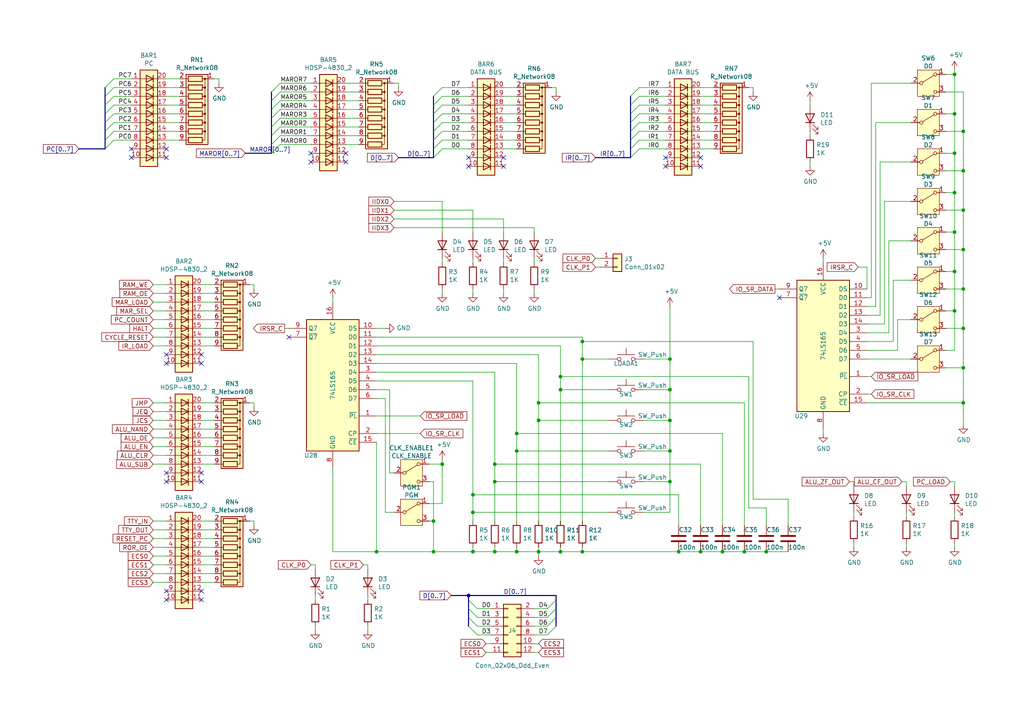
<source format=kicad_sch>
(kicad_sch (version 20231120) (generator "eeschema") (generator_version "8.0")
  (paper "A4")
  (junction (at 194.31 130.81))
  (junction (at 196.85 160.02))
  (junction (at 279.4 83.82))
  (junction (at 128.27 134.62))
  (junction (at 279.4 116.84))
  (junction (at 209.55 160.02))
  (junction (at 149.86 160.02))
  (junction (at 137.16 143.51))
  (junction (at 149.86 130.81))
  (junction (at 194.31 113.03))
  (junction (at 168.91 104.14))
  (junction (at 137.16 160.02))
  (junction (at 276.86 67.31))
  (junction (at 149.86 125.73))
  (junction (at 276.86 55.88))
  (junction (at 203.2 160.02))
  (junction (at 156.21 116.84))
  (junction (at 162.56 160.02))
  (junction (at 162.56 109.22))
  (junction (at 137.16 148.59))
  (junction (at 215.9 160.02))
  (junction (at 125.73 151.13))
  (junction (at 279.4 49.53))
  (junction (at 194.31 121.92))
  (junction (at 156.21 160.02))
  (junction (at 279.4 38.1))
  (junction (at 279.4 60.96))
  (junction (at 194.31 139.7))
  (junction (at 279.4 95.25))
  (junction (at 162.56 113.03))
  (junction (at 109.22 160.02))
  (junction (at 168.91 160.02))
  (junction (at 279.4 106.68))
  (junction (at 143.51 139.7))
  (junction (at 276.86 21.59))
  (junction (at 135.89 172.72))
  (junction (at 276.86 44.45))
  (junction (at 156.21 121.92))
  (junction (at 168.91 99.06))
  (junction (at 276.86 78.74))
  (junction (at 143.51 160.02))
  (junction (at 279.4 72.39))
  (junction (at 276.86 33.02))
  (junction (at 125.73 160.02))
  (junction (at 143.51 134.62))
  (junction (at 276.86 90.17))
  (junction (at 194.31 104.14))
  (junction (at 222.25 160.02))
  (no_connect (at 203.2 48.26))
  (no_connect (at 58.42 173.99))
  (no_connect (at 48.26 139.7))
  (no_connect (at 226.06 86.36))
  (no_connect (at 48.26 43.18))
  (no_connect (at 58.42 171.45))
  (no_connect (at 203.2 45.72))
  (no_connect (at 58.42 105.41))
  (no_connect (at 48.26 137.16))
  (no_connect (at 135.89 48.26))
  (no_connect (at 146.05 45.72))
  (no_connect (at 38.1 45.72))
  (no_connect (at 48.26 173.99))
  (no_connect (at 100.33 44.45))
  (no_connect (at 48.26 105.41))
  (no_connect (at 135.89 45.72))
  (no_connect (at 58.42 139.7))
  (no_connect (at 58.42 102.87))
  (no_connect (at 83.82 97.79))
  (no_connect (at 193.04 48.26))
  (no_connect (at 100.33 46.99))
  (no_connect (at 38.1 43.18))
  (no_connect (at 48.26 102.87))
  (no_connect (at 90.17 44.45))
  (no_connect (at 90.17 46.99))
  (no_connect (at 58.42 137.16))
  (no_connect (at 48.26 171.45))
  (no_connect (at 193.04 45.72))
  (no_connect (at 146.05 48.26))
  (no_connect (at 48.26 45.72))
  (bus_entry (at 30.48 25.4) (size 2.54 -2.54))
  (bus_entry (at 30.48 33.02) (size 2.54 -2.54))
  (bus_entry (at 158.75 179.07) (size 2.54 -2.54))
  (bus_entry (at 182.88 38.1) (size 2.54 -2.54))
  (bus_entry (at 78.74 41.91) (size 2.54 -2.54))
  (bus_entry (at 78.74 34.29) (size 2.54 -2.54))
  (bus_entry (at 158.75 181.61) (size 2.54 -2.54))
  (bus_entry (at 182.88 30.48) (size 2.54 -2.54))
  (bus_entry (at 125.73 30.48) (size 2.54 -2.54))
  (bus_entry (at 182.88 27.94) (size 2.54 -2.54))
  (bus_entry (at 30.48 30.48) (size 2.54 -2.54))
  (bus_entry (at 135.89 179.07) (size 2.54 2.54))
  (bus_entry (at 158.75 176.53) (size 2.54 -2.54))
  (bus_entry (at 30.48 43.18) (size 2.54 -2.54))
  (bus_entry (at 78.74 26.67) (size 2.54 -2.54))
  (bus_entry (at 78.74 31.75) (size 2.54 -2.54))
  (bus_entry (at 30.48 35.56) (size 2.54 -2.54))
  (bus_entry (at 78.74 44.45) (size 2.54 -2.54))
  (bus_entry (at 78.74 39.37) (size 2.54 -2.54))
  (bus_entry (at 78.74 36.83) (size 2.54 -2.54))
  (bus_entry (at 30.48 27.94) (size 2.54 -2.54))
  (bus_entry (at 182.88 40.64) (size 2.54 -2.54))
  (bus_entry (at 182.88 33.02) (size 2.54 -2.54))
  (bus_entry (at 125.73 45.72) (size 2.54 -2.54))
  (bus_entry (at 182.88 45.72) (size 2.54 -2.54))
  (bus_entry (at 30.48 38.1) (size 2.54 -2.54))
  (bus_entry (at 125.73 27.94) (size 2.54 -2.54))
  (bus_entry (at 135.89 173.99) (size 2.54 2.54))
  (bus_entry (at 30.48 40.64) (size 2.54 -2.54))
  (bus_entry (at 182.88 43.18) (size 2.54 -2.54))
  (bus_entry (at 125.73 40.64) (size 2.54 -2.54))
  (bus_entry (at 125.73 38.1) (size 2.54 -2.54))
  (bus_entry (at 125.73 33.02) (size 2.54 -2.54))
  (bus_entry (at 182.88 35.56) (size 2.54 -2.54))
  (bus_entry (at 135.89 181.61) (size 2.54 2.54))
  (bus_entry (at 135.89 176.53) (size 2.54 2.54))
  (bus_entry (at 78.74 29.21) (size 2.54 -2.54))
  (bus_entry (at 125.73 35.56) (size 2.54 -2.54))
  (bus_entry (at 125.73 43.18) (size 2.54 -2.54))
  (bus_entry (at 158.75 184.15) (size 2.54 -2.54))
  (wire (pts (xy 58.42 85.09) (xy 62.23 85.09)))
  (wire (pts (xy 254 88.9) (xy 254 35.56)))
  (wire (pts (xy 257.81 69.85) (xy 264.16 69.85)))
  (wire (pts (xy 193.04 25.4) (xy 185.42 25.4)))
  (wire (pts (xy 276.86 20.32) (xy 276.86 21.59)))
  (wire (pts (xy 48.26 119.38) (xy 44.45 119.38)))
  (wire (pts (xy 209.55 152.4) (xy 209.55 125.73)))
  (bus (pts (xy 182.88 35.56) (xy 182.88 38.1)))
  (wire (pts (xy 203.2 33.02) (xy 207.01 33.02)))
  (wire (pts (xy 73.66 116.84) (xy 72.39 116.84)))
  (wire (pts (xy 194.31 113.03) (xy 186.69 113.03)))
  (wire (pts (xy 135.89 27.94) (xy 128.27 27.94)))
  (bus (pts (xy 125.73 45.72) (xy 115.57 45.72)))
  (wire (pts (xy 203.2 160.02) (xy 209.55 160.02)))
  (wire (pts (xy 38.1 30.48) (xy 33.02 30.48)))
  (bus (pts (xy 78.74 41.91) (xy 78.74 44.45)))
  (wire (pts (xy 203.2 43.18) (xy 207.01 43.18)))
  (wire (pts (xy 100.33 26.67) (xy 104.14 26.67)))
  (wire (pts (xy 106.68 173.99) (xy 106.68 172.72)))
  (wire (pts (xy 137.16 160.02) (xy 143.51 160.02)))
  (bus (pts (xy 78.74 26.67) (xy 78.74 29.21)))
  (wire (pts (xy 276.86 33.02) (xy 276.86 44.45)))
  (wire (pts (xy 48.26 116.84) (xy 44.45 116.84)))
  (wire (pts (xy 193.04 40.64) (xy 185.42 40.64)))
  (wire (pts (xy 259.08 99.06) (xy 259.08 81.28)))
  (wire (pts (xy 156.21 102.87) (xy 156.21 116.84)))
  (bus (pts (xy 135.89 172.72) (xy 130.81 172.72)))
  (wire (pts (xy 143.51 107.95) (xy 143.51 134.62)))
  (wire (pts (xy 234.95 29.21) (xy 234.95 30.48)))
  (wire (pts (xy 58.42 82.55) (xy 62.23 82.55)))
  (wire (pts (xy 135.89 30.48) (xy 128.27 30.48)))
  (wire (pts (xy 146.05 40.64) (xy 149.86 40.64)))
  (wire (pts (xy 251.46 88.9) (xy 254 88.9)))
  (wire (pts (xy 48.26 100.33) (xy 44.45 100.33)))
  (wire (pts (xy 48.26 92.71) (xy 44.45 92.71)))
  (wire (pts (xy 162.56 113.03) (xy 162.56 151.13)))
  (wire (pts (xy 156.21 116.84) (xy 156.21 121.92)))
  (wire (pts (xy 128.27 133.35) (xy 128.27 134.62)))
  (wire (pts (xy 279.4 49.53) (xy 279.4 38.1)))
  (wire (pts (xy 193.04 43.18) (xy 185.42 43.18)))
  (wire (pts (xy 224.79 83.82) (xy 226.06 83.82)))
  (wire (pts (xy 124.46 139.7) (xy 125.73 139.7)))
  (wire (pts (xy 48.26 95.25) (xy 44.45 95.25)))
  (wire (pts (xy 90.17 39.37) (xy 81.28 39.37)))
  (wire (pts (xy 276.86 44.45) (xy 276.86 55.88)))
  (wire (pts (xy 217.17 109.22) (xy 162.56 109.22)))
  (wire (pts (xy 38.1 40.64) (xy 33.02 40.64)))
  (wire (pts (xy 146.05 35.56) (xy 149.86 35.56)))
  (wire (pts (xy 276.86 158.75) (xy 276.86 157.48)))
  (wire (pts (xy 73.66 83.82) (xy 73.66 82.55)))
  (wire (pts (xy 276.86 101.6) (xy 274.32 101.6)))
  (wire (pts (xy 276.86 21.59) (xy 276.86 33.02)))
  (wire (pts (xy 106.68 163.83) (xy 105.41 163.83)))
  (wire (pts (xy 186.69 139.7) (xy 194.31 139.7)))
  (wire (pts (xy 100.33 31.75) (xy 104.14 31.75)))
  (wire (pts (xy 274.32 38.1) (xy 279.4 38.1)))
  (wire (pts (xy 260.35 101.6) (xy 260.35 92.71)))
  (wire (pts (xy 276.86 139.7) (xy 276.86 140.97)))
  (wire (pts (xy 73.66 82.55) (xy 72.39 82.55)))
  (wire (pts (xy 58.42 156.21) (xy 62.23 156.21)))
  (wire (pts (xy 193.04 35.56) (xy 185.42 35.56)))
  (wire (pts (xy 58.42 95.25) (xy 62.23 95.25)))
  (wire (pts (xy 48.26 22.86) (xy 52.07 22.86)))
  (wire (pts (xy 252.73 109.22) (xy 251.46 109.22)))
  (wire (pts (xy 48.26 134.62) (xy 44.45 134.62)))
  (wire (pts (xy 73.66 152.4) (xy 73.66 151.13)))
  (wire (pts (xy 90.17 34.29) (xy 81.28 34.29)))
  (wire (pts (xy 238.76 125.73) (xy 238.76 124.46)))
  (wire (pts (xy 162.56 160.02) (xy 162.56 158.75)))
  (wire (pts (xy 137.16 158.75) (xy 137.16 160.02)))
  (wire (pts (xy 276.86 33.02) (xy 274.32 33.02)))
  (wire (pts (xy 113.03 113.03) (xy 109.22 113.03)))
  (wire (pts (xy 58.42 153.67) (xy 62.23 153.67)))
  (wire (pts (xy 161.29 26.67) (xy 161.29 25.4)))
  (wire (pts (xy 58.42 121.92) (xy 62.23 121.92)))
  (bus (pts (xy 125.73 30.48) (xy 125.73 33.02)))
  (wire (pts (xy 58.42 151.13) (xy 62.23 151.13)))
  (wire (pts (xy 48.26 121.92) (xy 44.45 121.92)))
  (wire (pts (xy 146.05 27.94) (xy 149.86 27.94)))
  (wire (pts (xy 114.3 63.5) (xy 146.05 63.5)))
  (bus (pts (xy 125.73 38.1) (xy 125.73 40.64)))
  (bus (pts (xy 135.89 176.53) (xy 135.89 179.07)))
  (bus (pts (xy 30.48 33.02) (xy 30.48 35.56)))
  (wire (pts (xy 125.73 160.02) (xy 137.16 160.02)))
  (wire (pts (xy 90.17 36.83) (xy 81.28 36.83)))
  (wire (pts (xy 114.3 60.96) (xy 137.16 60.96)))
  (wire (pts (xy 168.91 160.02) (xy 168.91 158.75)))
  (wire (pts (xy 162.56 160.02) (xy 168.91 160.02)))
  (wire (pts (xy 146.05 33.02) (xy 149.86 33.02)))
  (wire (pts (xy 90.17 26.67) (xy 81.28 26.67)))
  (wire (pts (xy 154.94 66.04) (xy 154.94 67.31)))
  (wire (pts (xy 128.27 134.62) (xy 124.46 134.62)))
  (wire (pts (xy 44.45 166.37) (xy 48.26 166.37)))
  (wire (pts (xy 168.91 97.79) (xy 168.91 99.06)))
  (wire (pts (xy 246.38 139.7) (xy 247.65 139.7)))
  (wire (pts (xy 172.72 74.93) (xy 173.99 74.93)))
  (wire (pts (xy 259.08 81.28) (xy 264.16 81.28)))
  (wire (pts (xy 48.26 30.48) (xy 52.07 30.48)))
  (wire (pts (xy 149.86 160.02) (xy 156.21 160.02)))
  (wire (pts (xy 251.46 96.52) (xy 257.81 96.52)))
  (wire (pts (xy 256.54 93.98) (xy 256.54 58.42)))
  (wire (pts (xy 137.16 76.2) (xy 137.16 74.93)))
  (wire (pts (xy 90.17 24.13) (xy 81.28 24.13)))
  (wire (pts (xy 109.22 105.41) (xy 149.86 105.41)))
  (wire (pts (xy 209.55 160.02) (xy 215.9 160.02)))
  (wire (pts (xy 196.85 160.02) (xy 203.2 160.02)))
  (wire (pts (xy 255.27 91.44) (xy 255.27 46.99)))
  (bus (pts (xy 182.88 30.48) (xy 182.88 33.02)))
  (wire (pts (xy 140.97 189.23) (xy 142.24 189.23)))
  (bus (pts (xy 135.89 173.99) (xy 135.89 176.53)))
  (wire (pts (xy 48.26 87.63) (xy 44.45 87.63)))
  (wire (pts (xy 128.27 146.05) (xy 124.46 146.05)))
  (wire (pts (xy 137.16 85.09) (xy 137.16 83.82)))
  (wire (pts (xy 238.76 76.2) (xy 238.76 74.93)))
  (wire (pts (xy 135.89 35.56) (xy 128.27 35.56)))
  (wire (pts (xy 44.45 163.83) (xy 48.26 163.83)))
  (wire (pts (xy 274.32 72.39) (xy 279.4 72.39)))
  (wire (pts (xy 168.91 160.02) (xy 196.85 160.02)))
  (wire (pts (xy 215.9 160.02) (xy 222.25 160.02)))
  (wire (pts (xy 168.91 104.14) (xy 168.91 151.13)))
  (wire (pts (xy 63.5 24.13) (xy 63.5 22.86)))
  (wire (pts (xy 124.46 151.13) (xy 125.73 151.13)))
  (wire (pts (xy 276.86 55.88) (xy 276.86 67.31)))
  (wire (pts (xy 203.2 25.4) (xy 207.01 25.4)))
  (wire (pts (xy 222.25 147.32) (xy 217.17 147.32)))
  (wire (pts (xy 90.17 41.91) (xy 81.28 41.91)))
  (wire (pts (xy 111.76 95.25) (xy 109.22 95.25)))
  (wire (pts (xy 38.1 22.86) (xy 33.02 22.86)))
  (bus (pts (xy 125.73 40.64) (xy 125.73 43.18)))
  (wire (pts (xy 176.53 121.92) (xy 156.21 121.92)))
  (wire (pts (xy 274.32 44.45) (xy 276.86 44.45)))
  (wire (pts (xy 109.22 97.79) (xy 168.91 97.79)))
  (wire (pts (xy 215.9 116.84) (xy 156.21 116.84)))
  (wire (pts (xy 161.29 25.4) (xy 160.02 25.4)))
  (wire (pts (xy 194.31 130.81) (xy 194.31 121.92)))
  (bus (pts (xy 161.29 179.07) (xy 161.29 181.61)))
  (wire (pts (xy 115.57 24.13) (xy 114.3 24.13)))
  (wire (pts (xy 63.5 22.86) (xy 62.23 22.86)))
  (wire (pts (xy 114.3 58.42) (xy 128.27 58.42)))
  (wire (pts (xy 44.45 151.13) (xy 48.26 151.13)))
  (bus (pts (xy 182.88 43.18) (xy 182.88 45.72)))
  (wire (pts (xy 251.46 116.84) (xy 279.4 116.84)))
  (wire (pts (xy 58.42 163.83) (xy 62.23 163.83)))
  (wire (pts (xy 196.85 152.4) (xy 196.85 143.51)))
  (wire (pts (xy 203.2 35.56) (xy 207.01 35.56)))
  (wire (pts (xy 276.86 78.74) (xy 276.86 90.17)))
  (bus (pts (xy 30.48 25.4) (xy 30.48 27.94)))
  (wire (pts (xy 58.42 168.91) (xy 62.23 168.91)))
  (wire (pts (xy 203.2 30.48) (xy 207.01 30.48)))
  (wire (pts (xy 114.3 66.04) (xy 154.94 66.04)))
  (wire (pts (xy 251.46 104.14) (xy 264.16 104.14)))
  (wire (pts (xy 252.73 24.13) (xy 264.16 24.13)))
  (wire (pts (xy 156.21 186.69) (xy 154.94 186.69)))
  (wire (pts (xy 279.4 83.82) (xy 279.4 95.25)))
  (wire (pts (xy 128.27 134.62) (xy 128.27 146.05)))
  (wire (pts (xy 193.04 30.48) (xy 185.42 30.48)))
  (wire (pts (xy 121.92 125.73) (xy 109.22 125.73)))
  (wire (pts (xy 218.44 144.78) (xy 218.44 99.06)))
  (wire (pts (xy 256.54 58.42) (xy 264.16 58.42)))
  (wire (pts (xy 193.04 33.02) (xy 185.42 33.02)))
  (wire (pts (xy 156.21 160.02) (xy 162.56 160.02)))
  (wire (pts (xy 218.44 99.06) (xy 168.91 99.06)))
  (wire (pts (xy 247.65 158.75) (xy 247.65 157.48)))
  (wire (pts (xy 135.89 33.02) (xy 128.27 33.02)))
  (wire (pts (xy 218.44 25.4) (xy 217.17 25.4)))
  (wire (pts (xy 135.89 38.1) (xy 128.27 38.1)))
  (wire (pts (xy 149.86 125.73) (xy 149.86 105.41)))
  (wire (pts (xy 125.73 139.7) (xy 125.73 151.13)))
  (wire (pts (xy 142.24 184.15) (xy 138.43 184.15)))
  (bus (pts (xy 78.74 36.83) (xy 78.74 39.37)))
  (wire (pts (xy 247.65 139.7) (xy 247.65 140.97)))
  (wire (pts (xy 48.26 33.02) (xy 52.07 33.02)))
  (wire (pts (xy 109.22 110.49) (xy 137.16 110.49)))
  (wire (pts (xy 252.73 114.3) (xy 251.46 114.3)))
  (wire (pts (xy 154.94 184.15) (xy 158.75 184.15)))
  (wire (pts (xy 274.32 83.82) (xy 279.4 83.82)))
  (wire (pts (xy 215.9 152.4) (xy 215.9 116.84)))
  (wire (pts (xy 90.17 31.75) (xy 81.28 31.75)))
  (wire (pts (xy 222.25 160.02) (xy 228.6 160.02)))
  (wire (pts (xy 137.16 148.59) (xy 176.53 148.59)))
  (wire (pts (xy 156.21 121.92) (xy 156.21 151.13)))
  (wire (pts (xy 279.4 38.1) (xy 279.4 26.67)))
  (wire (pts (xy 100.33 36.83) (xy 104.14 36.83)))
  (wire (pts (xy 262.89 158.75) (xy 262.89 157.48)))
  (wire (pts (xy 251.46 83.82) (xy 251.46 77.47)))
  (wire (pts (xy 58.42 134.62) (xy 62.23 134.62)))
  (wire (pts (xy 276.86 21.59) (xy 274.32 21.59)))
  (wire (pts (xy 251.46 86.36) (xy 252.73 86.36)))
  (wire (pts (xy 140.97 186.69) (xy 142.24 186.69)))
  (wire (pts (xy 222.25 152.4) (xy 222.25 147.32)))
  (wire (pts (xy 100.33 34.29) (xy 104.14 34.29)))
  (wire (pts (xy 279.4 95.25) (xy 279.4 106.68)))
  (bus (pts (xy 125.73 27.94) (xy 125.73 30.48)))
  (bus (pts (xy 135.89 172.72) (xy 161.29 172.72)))
  (wire (pts (xy 149.86 158.75) (xy 149.86 160.02)))
  (wire (pts (xy 135.89 25.4) (xy 128.27 25.4)))
  (wire (pts (xy 96.52 87.63) (xy 96.52 86.36)))
  (wire (pts (xy 100.33 24.13) (xy 104.14 24.13)))
  (wire (pts (xy 109.22 100.33) (xy 162.56 100.33)))
  (wire (pts (xy 109.22 102.87) (xy 156.21 102.87)))
  (wire (pts (xy 91.44 163.83) (xy 90.17 163.83)))
  (wire (pts (xy 146.05 38.1) (xy 149.86 38.1)))
  (wire (pts (xy 91.44 165.1) (xy 91.44 163.83)))
  (wire (pts (xy 234.95 48.26) (xy 234.95 46.99)))
  (wire (pts (xy 261.62 139.7) (xy 262.89 139.7)))
  (bus (pts (xy 78.74 44.45) (xy 71.12 44.45)))
  (wire (pts (xy 255.27 46.99) (xy 264.16 46.99)))
  (wire (pts (xy 149.86 130.81) (xy 149.86 151.13)))
  (wire (pts (xy 143.51 160.02) (xy 149.86 160.02)))
  (wire (pts (xy 48.26 97.79) (xy 44.45 97.79)))
  (wire (pts (xy 58.42 119.38) (xy 62.23 119.38)))
  (wire (pts (xy 115.57 25.4) (xy 115.57 24.13)))
  (wire (pts (xy 251.46 93.98) (xy 256.54 93.98)))
  (wire (pts (xy 274.32 67.31) (xy 276.86 67.31)))
  (wire (pts (xy 176.53 139.7) (xy 143.51 139.7)))
  (wire (pts (xy 106.68 182.88) (xy 106.68 181.61)))
  (wire (pts (xy 274.32 90.17) (xy 276.86 90.17)))
  (wire (pts (xy 114.3 148.59) (xy 111.76 148.59)))
  (wire (pts (xy 154.94 76.2) (xy 154.94 74.93)))
  (wire (pts (xy 154.94 176.53) (xy 158.75 176.53)))
  (wire (pts (xy 176.53 113.03) (xy 162.56 113.03)))
  (wire (pts (xy 172.72 77.47) (xy 173.99 77.47)))
  (wire (pts (xy 193.04 27.94) (xy 185.42 27.94)))
  (bus (pts (xy 30.48 38.1) (xy 30.48 40.64)))
  (wire (pts (xy 274.32 60.96) (xy 279.4 60.96)))
  (wire (pts (xy 91.44 173.99) (xy 91.44 172.72)))
  (wire (pts (xy 44.45 158.75) (xy 48.26 158.75)))
  (wire (pts (xy 109.22 107.95) (xy 143.51 107.95)))
  (wire (pts (xy 154.94 179.07) (xy 158.75 179.07)))
  (wire (pts (xy 276.86 149.86) (xy 276.86 148.59)))
  (wire (pts (xy 38.1 35.56) (xy 33.02 35.56)))
  (bus (pts (xy 78.74 39.37) (xy 78.74 41.91)))
  (wire (pts (xy 257.81 96.52) (xy 257.81 69.85)))
  (wire (pts (xy 58.42 124.46) (xy 62.23 124.46)))
  (wire (pts (xy 217.17 147.32) (xy 217.17 109.22)))
  (wire (pts (xy 209.55 125.73) (xy 149.86 125.73)))
  (wire (pts (xy 146.05 63.5) (xy 146.05 67.31)))
  (wire (pts (xy 137.16 143.51) (xy 137.16 148.59)))
  (wire (pts (xy 194.31 88.9) (xy 194.31 104.14)))
  (wire (pts (xy 58.42 92.71) (xy 62.23 92.71)))
  (wire (pts (xy 251.46 77.47) (xy 248.92 77.47)))
  (wire (pts (xy 228.6 144.78) (xy 228.6 152.4)))
  (wire (pts (xy 279.4 116.84) (xy 279.4 123.19)))
  (wire (pts (xy 203.2 40.64) (xy 207.01 40.64)))
  (wire (pts (xy 156.21 161.29) (xy 156.21 160.02)))
  (wire (pts (xy 44.45 156.21) (xy 48.26 156.21)))
  (wire (pts (xy 176.53 130.81) (xy 149.86 130.81)))
  (wire (pts (xy 128.27 85.09) (xy 128.27 83.82)))
  (wire (pts (xy 109.22 128.27) (xy 109.22 160.02)))
  (wire (pts (xy 114.3 137.16) (xy 113.03 137.16)))
  (wire (pts (xy 274.32 55.88) (xy 276.86 55.88)))
  (wire (pts (xy 82.55 95.25) (xy 83.82 95.25)))
  (wire (pts (xy 162.56 100.33) (xy 162.56 109.22)))
  (bus (pts (xy 182.88 45.72) (xy 172.72 45.72)))
  (wire (pts (xy 58.42 100.33) (xy 62.23 100.33)))
  (wire (pts (xy 44.45 153.67) (xy 48.26 153.67)))
  (wire (pts (xy 154.94 85.09) (xy 154.94 83.82)))
  (wire (pts (xy 274.32 49.53) (xy 279.4 49.53)))
  (wire (pts (xy 279.4 106.68) (xy 279.4 116.84)))
  (wire (pts (xy 58.42 132.08) (xy 62.23 132.08)))
  (wire (pts (xy 274.32 95.25) (xy 279.4 95.25)))
  (wire (pts (xy 254 35.56) (xy 264.16 35.56)))
  (wire (pts (xy 44.45 168.91) (xy 48.26 168.91)))
  (bus (pts (xy 135.89 179.07) (xy 135.89 181.61)))
  (wire (pts (xy 203.2 38.1) (xy 207.01 38.1)))
  (wire (pts (xy 142.24 179.07) (xy 138.43 179.07)))
  (wire (pts (xy 276.86 67.31) (xy 276.86 78.74)))
  (wire (pts (xy 38.1 38.1) (xy 33.02 38.1)))
  (wire (pts (xy 143.51 134.62) (xy 143.51 139.7)))
  (wire (pts (xy 252.73 86.36) (xy 252.73 24.13)))
  (wire (pts (xy 193.04 38.1) (xy 185.42 38.1)))
  (wire (pts (xy 58.42 97.79) (xy 62.23 97.79)))
  (wire (pts (xy 156.21 189.23) (xy 154.94 189.23)))
  (bus (pts (xy 125.73 33.02) (xy 125.73 35.56)))
  (wire (pts (xy 58.42 127) (xy 62.23 127)))
  (wire (pts (xy 146.05 85.09) (xy 146.05 83.82)))
  (wire (pts (xy 48.26 82.55) (xy 44.45 82.55)))
  (bus (pts (xy 22.86 43.18) (xy 30.48 43.18)))
  (wire (pts (xy 44.45 161.29) (xy 48.26 161.29)))
  (wire (pts (xy 48.26 27.94) (xy 52.07 27.94)))
  (wire (pts (xy 111.76 148.59) (xy 111.76 115.57)))
  (wire (pts (xy 162.56 109.22) (xy 162.56 113.03)))
  (wire (pts (xy 149.86 130.81) (xy 149.86 125.73)))
  (wire (pts (xy 58.42 129.54) (xy 62.23 129.54)))
  (bus (pts (xy 78.74 31.75) (xy 78.74 34.29)))
  (wire (pts (xy 279.4 83.82) (xy 279.4 72.39)))
  (bus (pts (xy 125.73 43.18) (xy 125.73 45.72)))
  (wire (pts (xy 251.46 101.6) (xy 260.35 101.6)))
  (wire (pts (xy 96.52 135.89) (xy 96.52 160.02)))
  (wire (pts (xy 251.46 91.44) (xy 255.27 91.44)))
  (wire (pts (xy 128.27 58.42) (xy 128.27 67.31)))
  (bus (pts (xy 182.88 40.64) (xy 182.88 43.18)))
  (wire (pts (xy 203.2 27.94) (xy 207.01 27.94)))
  (bus (pts (xy 78.74 34.29) (xy 78.74 36.83)))
  (bus (pts (xy 161.29 176.53) (xy 161.29 179.07)))
  (wire (pts (xy 262.89 139.7) (xy 262.89 140.97)))
  (wire (pts (xy 121.92 120.65) (xy 109.22 120.65)))
  (wire (pts (xy 48.26 35.56) (xy 52.07 35.56)))
  (wire (pts (xy 58.42 158.75) (xy 62.23 158.75)))
  (bus (pts (xy 135.89 172.72) (xy 135.89 173.99)))
  (wire (pts (xy 194.31 104.14) (xy 194.31 113.03)))
  (wire (pts (xy 275.59 139.7) (xy 276.86 139.7)))
  (wire (pts (xy 228.6 144.78) (xy 218.44 144.78)))
  (wire (pts (xy 48.26 40.64) (xy 52.07 40.64)))
  (wire (pts (xy 58.42 116.84) (xy 62.23 116.84)))
  (wire (pts (xy 279.4 60.96) (xy 279.4 49.53)))
  (wire (pts (xy 48.26 85.09) (xy 44.45 85.09)))
  (wire (pts (xy 128.27 76.2) (xy 128.27 74.93)))
  (wire (pts (xy 137.16 151.13) (xy 137.16 148.59)))
  (wire (pts (xy 137.16 60.96) (xy 137.16 67.31)))
  (wire (pts (xy 143.51 158.75) (xy 143.51 160.02)))
  (wire (pts (xy 156.21 160.02) (xy 156.21 158.75)))
  (wire (pts (xy 109.22 160.02) (xy 125.73 160.02)))
  (bus (pts (xy 30.48 35.56) (xy 30.48 38.1)))
  (wire (pts (xy 194.31 113.03) (xy 194.31 121.92)))
  (wire (pts (xy 203.2 134.62) (xy 143.51 134.62)))
  (bus (pts (xy 30.48 30.48) (xy 30.48 33.02)))
  (bus (pts (xy 30.48 40.64) (xy 30.48 43.18)))
  (wire (pts (xy 146.05 43.18) (xy 149.86 43.18)))
  (bus (pts (xy 125.73 35.56) (xy 125.73 38.1)))
  (wire (pts (xy 203.2 152.4) (xy 203.2 134.62)))
  (wire (pts (xy 48.26 124.46) (xy 44.45 124.46)))
  (wire (pts (xy 113.03 137.16) (xy 113.03 113.03)))
  (wire (pts (xy 135.89 40.64) (xy 128.27 40.64)))
  (wire (pts (xy 262.89 149.86) (xy 262.89 148.59)))
  (wire (pts (xy 234.95 39.37) (xy 234.95 38.1)))
  (wire (pts (xy 176.53 104.14) (xy 168.91 104.14)))
  (wire (pts (xy 146.05 25.4) (xy 149.86 25.4)))
  (bus (pts (xy 78.74 29.21) (xy 78.74 31.75)))
  (wire (pts (xy 48.26 25.4) (xy 52.07 25.4)))
  (wire (pts (xy 38.1 27.94) (xy 33.02 27.94)))
  (wire (pts (xy 48.26 90.17) (xy 44.45 90.17)))
  (wire (pts (xy 279.4 72.39) (xy 279.4 60.96)))
  (wire (pts (xy 264.16 92.71) (xy 260.35 92.71)))
  (wire (pts (xy 194.31 139.7) (xy 194.31 130.81)))
  (wire (pts (xy 73.66 118.11) (xy 73.66 116.84)))
  (wire (pts (xy 186.69 130.81) (xy 194.31 130.81)))
  (wire (pts (xy 125.73 151.13) (xy 125.73 160.02)))
  (wire (pts (xy 142.24 176.53) (xy 138.43 176.53)))
  (wire (pts (xy 194.31 104.14) (xy 186.69 104.14)))
  (wire (pts (xy 38.1 33.02) (xy 33.02 33.02)))
  (wire (pts (xy 111.76 115.57) (xy 109.22 115.57)))
  (wire (pts (xy 154.94 181.61) (xy 158.75 181.61)))
  (wire (pts (xy 91.44 182.88) (xy 91.44 181.61)))
  (wire (pts (xy 274.32 78.74) (xy 276.86 78.74)))
  (wire (pts (xy 90.17 29.21) (xy 81.28 29.21)))
  (wire (pts (xy 48.26 38.1) (xy 52.07 38.1)))
  (wire (pts (xy 109.22 160.02) (xy 96.52 160.02)))
  (bus (pts (xy 30.48 27.94) (xy 30.48 30.48)))
  (wire (pts (xy 58.42 161.29) (xy 62.23 161.29)))
  (wire (pts (xy 146.05 76.2) (xy 146.05 74.93)))
  (wire (pts (xy 48.26 132.08) (xy 44.45 132.08)))
  (wire (pts (xy 251.46 99.06) (xy 259.08 99.06)))
  (bus (pts (xy 161.29 173.99) (xy 161.29 176.53)))
  (wire (pts (xy 135.89 43.18) (xy 128.27 43.18)))
  (wire (pts (xy 48.26 129.54) (xy 44.45 129.54)))
  (bus (pts (xy 182.88 33.02) (xy 182.88 35.56)))
  (wire (pts (xy 194.31 121.92) (xy 186.69 121.92)))
  (wire (pts (xy 58.42 166.37) (xy 62.23 166.37)))
  (wire (pts (xy 100.33 39.37) (xy 104.14 39.37)))
  (wire (pts (xy 142.24 181.61) (xy 138.43 181.61)))
  (wire (pts (xy 168.91 99.06) (xy 168.91 104.14)))
  (wire (pts (xy 276.86 90.17) (xy 276.86 101.6)))
  (wire (pts (xy 196.85 143.51) (xy 137.16 143.51)))
  (wire (pts (xy 247.65 149.86) (xy 247.65 148.59)))
  (wire (pts (xy 274.32 106.68) (xy 279.4 106.68)))
  (wire (pts (xy 194.31 148.59) (xy 194.31 139.7)))
  (wire (pts (xy 100.33 29.21) (xy 104.14 29.21)))
  (wire (pts (xy 73.66 151.13) (xy 72.39 151.13)))
  (wire (pts (xy 48.26 127) (xy 44.45 127)))
  (wire (pts (xy 146.05 30.48) (xy 149.86 30.48)))
  (wire (pts (xy 38.1 25.4) (xy 33.02 25.4)))
  (wire (pts (xy 186.69 148.59) (xy 194.31 148.59)))
  (bus (pts (xy 182.88 27.94) (xy 182.88 30.48)))
  (wire (pts (xy 143.51 139.7) (xy 143.51 151.13)))
  (wire (pts (xy 58.42 90.17) (xy 62.23 90.17)))
  (wire (pts (xy 58.42 87.63) (xy 62.23 87.63)))
  (wire (pts (xy 106.68 165.1) (xy 106.68 163.83)))
  (wire (pts (xy 100.33 41.91) (xy 104.14 41.91)))
  (wire (pts (xy 279.4 26.67) (xy 274.32 26.67)))
  (wire (pts (xy 137.16 110.49) (xy 137.16 143.51)))
  (wire (pts (xy 218.44 26.67) (xy 218.44 25.4)))
  (bus (pts (xy 161.29 172.72) (xy 161.29 173.99)))
  (bus (pts (xy 182.88 38.1) (xy 182.88 40.64)))
  (label "IR7" (at 187.96 25.4 0))
  (label "IR1" (at 187.96 40.64 0))
  (label "MAROR6" (at 81.28 26.67 0))
  (label "PC2" (at 34.29 35.56 0))
  (label "D1" (at 139.7 179.07 0))
  (label "IR0" (at 187.96 43.18 0))
  (label "PC5" (at 34.29 27.94 0))
  (label "IR3" (at 187.96 35.56 0))
  (label "D2" (at 139.7 181.61 0))
  (label "D5" (at 156.21 179.07 0))
  (label "MAROR3" (at 81.28 34.29 0))
  (label "MAROR0" (at 81.28 41.91 0))
  (label "D0" (at 139.7 176.53 0))
  (label "D4" (at 156.21 176.53 0))
  (label "D[0..7]" (at 146.05 172.72 0))
  (label "IR2" (at 187.96 38.1 0))
  (label "D7" (at 156.21 184.15 0))
  (label "D1" (at 130.81 40.64 0))
  (label "D3" (at 130.81 35.56 0))
  (label "D[0..7]" (at 118.11 45.72 0))
  (label "D5" (at 130.81 30.48 0))
  (label "PC4" (at 34.29 30.48 0))
  (label "PC7" (at 34.29 22.86 0))
  (label "MAROR5" (at 81.28 29.21 0))
  (label "PC6" (at 34.29 25.4 0))
  (label "IR[0..7]" (at 173.99 45.72 0))
  (label "MAROR4" (at 81.28 31.75 0))
  (label "D0" (at 130.81 43.18 0))
  (label "MAROR7" (at 81.28 24.13 0))
  (label "MAROR2" (at 81.28 36.83 0))
  (label "D4" (at 130.81 33.02 0))
  (label "PC3" (at 34.29 33.02 0))
  (label "IR6" (at 187.96 27.94 0))
  (label "D7" (at 130.81 25.4 0))
  (label "D6" (at 156.21 181.61 0))
  (label "D2" (at 130.81 38.1 0))
  (label "PC1" (at 34.29 38.1 0))
  (label "PC0" (at 34.29 40.64 0))
  (label "IR4" (at 187.96 33.02 0))
  (label "MAROR[0..7]" (at 72.39 44.45 0))
  (label "D6" (at 130.81 27.94 0))
  (label "D3" (at 139.7 184.15 0))
  (label "IR5" (at 187.96 30.48 0))
  (label "MAROR1" (at 81.28 39.37 0))
  (global_label "TTY_IN" (shape input) (at 44.45 151.13 180) (property "Intersheetrefs" "${INTERSHEET_REFS}" (effects (hide yes))))
  (global_label "CLK_P1" (shape input) (at 105.41 163.83 180) (property "Intersheetrefs" "${INTERSHEET_REFS}" (effects (hide yes))))
  (global_label "ALU_CF_OUT" (shape input) (at 261.62 139.7 180) (property "Intersheetrefs" "${INTERSHEET_REFS}" (effects (hide yes))))
  (global_label "PC_LOAD" (shape input) (at 275.59 139.7 180) (property "Intersheetrefs" "${INTERSHEET_REFS}" (effects (hide yes))))
  (global_label "PC[0..7]" (shape input) (at 22.86 43.18 180) (property "Intersheetrefs" "${INTERSHEET_REFS}" (effects (hide yes))))
  (global_label "ALU_ZF_OUT" (shape input) (at 246.38 139.7 180) (property "Intersheetrefs" "${INTERSHEET_REFS}" (effects (hide yes))))
  (global_label "IR_LOAD" (shape input) (at 44.45 100.33 180) (property "Intersheetrefs" "${INTERSHEET_REFS}" (effects (hide yes))))
  (global_label "IIDX1" (shape input) (at 114.3 60.96 180) (property "Intersheetrefs" "${INTERSHEET_REFS}" (effects (hide yes))))
  (global_label "IIDX0" (shape input) (at 114.3 58.42 180) (property "Intersheetrefs" "${INTERSHEET_REFS}" (effects (hide yes))))
  (global_label "D[0..7]" (shape input) (at 115.57 45.72 180) (property "Intersheetrefs" "${INTERSHEET_REFS}" (effects (hide yes))))
  (global_label "ALU_OE" (shape input) (at 44.45 127 180) (property "Intersheetrefs" "${INTERSHEET_REFS}" (effects (hide yes))))
  (global_label "MAR_SEL" (shape input) (at 44.45 90.17 180) (property "Intersheetrefs" "${INTERSHEET_REFS}" (effects (hide yes))))
  (global_label "IIDX2" (shape input) (at 114.3 63.5 180) (property "Intersheetrefs" "${INTERSHEET_REFS}" (effects (hide yes))))
  (global_label "CLK_P0" (shape input) (at 90.17 163.83 180) (property "Intersheetrefs" "${INTERSHEET_REFS}" (effects (hide yes))))
  (global_label "IRSR_C" (shape input) (at 248.92 77.47 180) (property "Intersheetrefs" "${INTERSHEET_REFS}" (effects (hide yes))))
  (global_label "~{IO_SR_LOAD}" (shape input) (at 121.92 120.65 0) (property "Intersheetrefs" "${INTERSHEET_REFS}" (effects (hide yes))))
  (global_label "ALU_SUB" (shape input) (at 44.45 134.62 180) (property "Intersheetrefs" "${INTERSHEET_REFS}" (effects (hide yes))))
  (global_label "ECS3" (shape input) (at 156.21 189.23 0) (property "Intersheetrefs" "${INTERSHEET_REFS}" (effects (hide yes))))
  (global_label "ECS0" (shape input) (at 44.45 161.29 180) (property "Intersheetrefs" "${INTERSHEET_REFS}" (effects (hide yes))))
  (global_label "IIDX3" (shape input) (at 114.3 66.04 180) (property "Intersheetrefs" "${INTERSHEET_REFS}" (effects (hide yes))))
  (global_label "JEQ" (shape input) (at 44.45 119.38 180) (property "Intersheetrefs" "${INTERSHEET_REFS}" (effects (hide yes))))
  (global_label "IO_SR_CLK" (shape input) (at 252.73 114.3 0) (property "Intersheetrefs" "${INTERSHEET_REFS}" (effects (hide yes))))
  (global_label "JMP" (shape input) (at 44.45 116.84 180) (property "Intersheetrefs" "${INTERSHEET_REFS}" (effects (hide yes))))
  (global_label "CYCLE_RESET" (shape input) (at 44.45 97.79 180) (property "Intersheetrefs" "${INTERSHEET_REFS}" (effects (hide yes))))
  (global_label "PC_COUNT" (shape input) (at 44.45 92.71 180) (property "Intersheetrefs" "${INTERSHEET_REFS}" (effects (hide yes))))
  (global_label "ROR_OE" (shape input) (at 44.45 158.75 180) (property "Intersheetrefs" "${INTERSHEET_REFS}" (effects (hide yes))))
  (global_label "CLK_P0" (shape input) (at 172.72 74.93 180) (property "Intersheetrefs" "${INTERSHEET_REFS}" (effects (hide yes))))
  (global_label "ECS2" (shape input) (at 156.21 186.69 0) (property "Intersheetrefs" "${INTERSHEET_REFS}" (effects (hide yes))))
  (global_label "ECS2" (shape input) (at 44.45 166.37 180) (property "Intersheetrefs" "${INTERSHEET_REFS}" (effects (hide yes))))
  (global_label "IR[0..7]" (shape input) (at 172.72 45.72 180) (property "Intersheetrefs" "${INTERSHEET_REFS}" (effects (hide yes))))
  (global_label "ECS3" (shape input) (at 44.45 168.91 180) (property "Intersheetrefs" "${INTERSHEET_REFS}" (effects (hide yes))))
  (global_label "ALU_EN" (shape input) (at 44.45 129.54 180) (property "Intersheetrefs" "${INTERSHEET_REFS}" (effects (hide yes))))
  (global_label "ECS0" (shape input) (at 140.97 186.69 180) (property "Intersheetrefs" "${INTERSHEET_REFS}" (effects (hide yes))))
  (global_label "TTY_OUT" (shape input) (at 44.45 153.67 180) (property "Intersheetrefs" "${INTERSHEET_REFS}" (effects (hide yes))))
  (global_label "IO_SR_CLK" (shape input) (at 121.92 125.73 0) (property "Intersheetrefs" "${INTERSHEET_REFS}" (effects (hide yes))))
  (global_label "~{IO_SR_LOAD}" (shape input) (at 252.73 109.22 0) (property "Intersheetrefs" "${INTERSHEET_REFS}" (effects (hide yes))))
  (global_label "HALT" (shape input) (at 44.45 95.25 180) (property "Intersheetrefs" "${INTERSHEET_REFS}" (effects (hide yes))))
  (global_label "MAROR[0..7]" (shape input) (at 71.12 44.45 180) (property "Intersheetrefs" "${INTERSHEET_REFS}" (effects (hide yes))))
  (global_label "RAM_OE" (shape input) (at 44.45 85.09 180) (property "Intersheetrefs" "${INTERSHEET_REFS}" (effects (hide yes))))
  (global_label "D[0..7]" (shape input) (at 130.81 172.72 180) (property "Intersheetrefs" "${INTERSHEET_REFS}" (effects (hide yes))))
  (global_label "IO_SR_DATA" (shape output) (at 224.79 83.82 180) (property "Intersheetrefs" "${INTERSHEET_REFS}" (effects (hide yes))))
  (global_label "IRSR_C" (shape output) (at 82.55 95.25 180) (property "Intersheetrefs" "${INTERSHEET_REFS}" (effects (hide yes))))
  (global_label "ECS1" (shape input) (at 44.45 163.83 180) (property "Intersheetrefs" "${INTERSHEET_REFS}" (effects (hide yes))))
  (global_label "ALU_NAND" (shape input) (at 44.45 124.46 180) (property "Intersheetrefs" "${INTERSHEET_REFS}" (effects (hide yes))))
  (global_label "ALU_CLR" (shape input) (at 44.45 132.08 180) (property "Intersheetrefs" "${INTERSHEET_REFS}" (effects (hide yes))))
  (global_label "ECS1" (shape input) (at 140.97 189.23 180) (property "Intersheetrefs" "${INTERSHEET_REFS}" (effects (hide yes))))
  (global_label "CLK_P1" (shape input) (at 172.72 77.47 180) (property "Intersheetrefs" "${INTERSHEET_REFS}" (effects (hide yes))))
  (global_label "MAR_LOAD" (shape input) (at 44.45 87.63 180) (property "Intersheetrefs" "${INTERSHEET_REFS}" (effects (hide yes))))
  (global_label "RAM_WE" (shape input) (at 44.45 82.55 180) (property "Intersheetrefs" "${INTERSHEET_REFS}" (effects (hide yes))))
  (global_label "RESET_PC" (shape input) (at 44.45 156.21 180) (property "Intersheetrefs" "${INTERSHEET_REFS}" (effects (hide yes))))
  (global_label "JCS" (shape input) (at 44.45 121.92 180) (property "Intersheetrefs" "${INTERSHEET_REFS}" (effects (hide yes))))
  (symbol (lib_id "Device:R_Network08") (at 57.15 33.02 270) (unit 1)
    (property "Reference" "RN1" (at 57.15 17.3482 90))
    (property "Value" "R_Network08" (at 57.15 19.6596 90))
    (property "Footprint" "Resistor_THT:R_Array_SIP9" (effects (hide yes)))
    (property "Datasheet" "http://www.vishay.com/docs/31509/csc.pdf" (effects (hide yes)))
  )
  (symbol (lib_id "Device:R_Network08") (at 109.22 34.29 270) (unit 1)
    (property "Reference" "RN5" (at 109.22 18.6182 90))
    (property "Value" "R_Network08" (at 109.22 20.9296 90))
    (property "Footprint" "Resistor_THT:R_Array_SIP9" (effects (hide yes)))
    (property "Datasheet" "http://www.vishay.com/docs/31509/csc.pdf" (effects (hide yes)))
  )
  (symbol (lib_id "Device:R_Network08") (at 154.94 35.56 270) (unit 1)
    (property "Reference" "RN6" (at 154.94 19.8882 90))
    (property "Value" "R_Network08" (at 154.94 22.1996 90))
    (property "Footprint" "Resistor_THT:R_Array_SIP9" (effects (hide yes)))
    (property "Datasheet" "http://www.vishay.com/docs/31509/csc.pdf" (effects (hide yes)))
  )
  (symbol (lib_id "Device:R_Network08") (at 67.31 92.71 270) (unit 1)
    (property "Reference" "RN2" (at 67.31 77.0382 90))
    (property "Value" "R_Network08" (at 67.31 79.3496 90))
    (property "Footprint" "Resistor_THT:R_Array_SIP9" (effects (hide yes)))
    (property "Datasheet" "http://www.vishay.com/docs/31509/csc.pdf" (effects (hide yes)))
  )
  (symbol (lib_id "Device:R_Network08") (at 67.31 127 270) (unit 1)
    (property "Reference" "RN3" (at 67.31 111.3282 90))
    (property "Value" "R_Network08" (at 67.31 113.6396 90))
    (property "Footprint" "Resistor_THT:R_Array_SIP9" (effects (hide yes)))
    (property "Datasheet" "http://www.vishay.com/docs/31509/csc.pdf" (effects (hide yes)))
  )
  (symbol (lib_id "Device:R_Network08") (at 67.31 161.29 270) (unit 1)
    (property "Reference" "RN4" (at 67.31 145.6182 90))
    (property "Value" "R_Network08" (at 67.31 147.9296 90))
    (property "Footprint" "Resistor_THT:R_Array_SIP9" (effects (hide yes)))
    (property "Datasheet" "http://www.vishay.com/docs/31509/csc.pdf" (effects (hide yes)))
  )
  (symbol (lib_id "LED:HDSP-4830_2") (at 198.12 35.56 0) (unit 1)
    (property "Reference" "BAR7" (at 198.12 18.6182 0))
    (property "Value" "DATA BUS" (at 198.12 20.9296 0))
    (property "Footprint" "Display:HDSP-4830" (effects (hide yes)))
    (property "Datasheet" "https://docs.broadcom.com/docs/AV02-1798EN" (effects (hide yes)))
  )
  (symbol (lib_id "8bit_computer-rescue:GND-power") (at 218.44 26.67 0) (unit 1)
    (property "Reference" "#PWR097" (effects (hide yes)))
    (property "Value" "GND" (at 218.567 31.0642 0))
  )
  (symbol (lib_id "Device:R_Network08") (at 212.09 35.56 270) (unit 1)
    (property "Reference" "RN7" (at 212.09 19.8882 90))
    (property "Value" "R_Network08" (at 212.09 22.1996 90))
    (property "Footprint" "Resistor_THT:R_Array_SIP9" (effects (hide yes)))
    (property "Datasheet" "http://www.vishay.com/docs/31509/csc.pdf" (effects (hide yes)))
  )
  (symbol (lib_id "Device:LED") (at 128.27 71.12 90) (unit 1)
    (property "Reference" "D4" (at 131.2418 70.1294 90) (effects (justify right)))
    (property "Value" "LED" (at 131.2418 72.4408 90) (effects (justify right)))
    (property "Footprint" "LED_THT:LED_D3.0mm" (effects (hide yes)))
  )
  (symbol (lib_id "Device:R") (at 128.27 80.01 0) (unit 1)
    (property "Reference" "R3" (at 130.048 78.8416 0) (effects (justify left)))
    (property "Value" "1K" (at 130.048 81.153 0) (effects (justify left)))
    (property "Footprint" "Resistor_THT:R_Axial_DIN0207_L6.3mm_D2.5mm_P7.62mm_Horizontal" (effects (hide yes)))
  )
  (symbol (lib_id "8bit_computer-rescue:GND-power") (at 128.27 85.09 0) (unit 1)
    (property "Reference" "#PWR089" (effects (hide yes)))
    (property "Value" "GND" (at 128.397 89.4842 0))
  )
  (symbol (lib_id "Device:LED") (at 91.44 168.91 90) (unit 1)
    (property "Reference" "D2" (at 94.4118 167.9194 90) (effects (justify right)))
    (property "Value" "LED" (at 94.4118 170.2308 90) (effects (justify right)))
    (property "Footprint" "LED_THT:LED_D5.0mm" (effects (hide yes)))
  )
  (symbol (lib_id "Device:LED") (at 137.16 71.12 90) (unit 1)
    (property "Reference" "D5" (at 140.1318 70.1294 90) (effects (justify right)))
    (property "Value" "LED" (at 140.1318 72.4408 90) (effects (justify right)))
    (property "Footprint" "LED_THT:LED_D3.0mm" (effects (hide yes)))
  )
  (symbol (lib_id "Device:R") (at 137.16 80.01 0) (unit 1)
    (property "Reference" "R4" (at 138.938 78.8416 0) (effects (justify left)))
    (property "Value" "1K" (at 138.938 81.153 0) (effects (justify left)))
    (property "Footprint" "Resistor_THT:R_Axial_DIN0207_L6.3mm_D2.5mm_P7.62mm_Horizontal" (effects (hide yes)))
  )
  (symbol (lib_id "8bit_computer-rescue:GND-power") (at 137.16 85.09 0) (unit 1)
    (property "Reference" "#PWR091" (effects (hide yes)))
    (property "Value" "GND" (at 137.287 89.4842 0))
  )
  (symbol (lib_id "Device:LED") (at 146.05 71.12 90) (unit 1)
    (property "Reference" "D6" (at 149.0218 70.1294 90) (effects (justify right)))
    (property "Value" "LED" (at 149.0218 72.4408 90) (effects (justify right)))
    (property "Footprint" "LED_THT:LED_D3.0mm" (effects (hide yes)))
  )
  (symbol (lib_id "Device:R") (at 146.05 80.01 0) (unit 1)
    (property "Reference" "R7" (at 147.828 78.8416 0) (effects (justify left)))
    (property "Value" "1K" (at 147.828 81.153 0) (effects (justify left)))
    (property "Footprint" "Resistor_THT:R_Axial_DIN0207_L6.3mm_D2.5mm_P7.62mm_Horizontal" (effects (hide yes)))
  )
  (symbol (lib_id "8bit_computer-rescue:GND-power") (at 146.05 85.09 0) (unit 1)
    (property "Reference" "#PWR092" (effects (hide yes)))
    (property "Value" "GND" (at 146.177 89.4842 0))
  )
  (symbol (lib_id "8bit_computer-rescue:GND-power") (at 91.44 182.88 0) (unit 1)
    (property "Reference" "#PWR085" (effects (hide yes)))
    (property "Value" "GND" (at 91.567 187.2742 0))
  )
  (symbol (lib_id "Device:R") (at 91.44 177.8 0) (unit 1)
    (property "Reference" "R1" (at 93.218 176.6316 0) (effects (justify left)))
    (property "Value" "1K" (at 93.218 178.943 0) (effects (justify left)))
    (property "Footprint" "Resistor_THT:R_Axial_DIN0207_L6.3mm_D2.5mm_P7.62mm_Horizontal" (effects (hide yes)))
  )
  (symbol (lib_id "Device:LED") (at 154.94 71.12 90) (unit 1)
    (property "Reference" "D7" (at 157.9118 70.1294 90) (effects (justify right)))
    (property "Value" "LED" (at 157.9118 72.4408 90) (effects (justify right)))
    (property "Footprint" "LED_THT:LED_D3.0mm" (effects (hide yes)))
  )
  (symbol (lib_id "Device:R") (at 154.94 80.01 0) (unit 1)
    (property "Reference" "R9" (at 156.718 78.8416 0) (effects (justify left)))
    (property "Value" "1K" (at 156.718 81.153 0) (effects (justify left)))
    (property "Footprint" "Resistor_THT:R_Axial_DIN0207_L6.3mm_D2.5mm_P7.62mm_Horizontal" (effects (hide yes)))
  )
  (symbol (lib_id "8bit_computer-rescue:GND-power") (at 154.94 85.09 0) (unit 1)
    (property "Reference" "#PWR093" (effects (hide yes)))
    (property "Value" "GND" (at 155.067 89.4842 0))
  )
  (symbol (lib_id "Device:LED") (at 106.68 168.91 90) (unit 1)
    (property "Reference" "D3" (at 109.6518 167.9194 90) (effects (justify right)))
    (property "Value" "LED" (at 109.6518 170.2308 90) (effects (justify right)))
    (property "Footprint" "LED_THT:LED_D5.0mm" (effects (hide yes)))
  )
  (symbol (lib_id "8bit_computer-rescue:GND-power") (at 111.76 95.25 90) (unit 1)
    (property "Reference" "#PWR052" (effects (hide yes)))
    (property "Value" "GND" (at 115.0112 95.123 90) (effects (justify right)))
  )
  (symbol (lib_id "Device:R") (at 106.68 177.8 0) (unit 1)
    (property "Reference" "R2" (at 108.458 176.6316 0) (effects (justify left)))
    (property "Value" "1K" (at 108.458 178.943 0) (effects (justify left)))
    (property "Footprint" "Resistor_THT:R_Axial_DIN0207_L6.3mm_D2.5mm_P7.62mm_Horizontal" (effects (hide yes)))
  )
  (symbol (lib_id "8bit_computer-rescue:GND-power") (at 106.68 182.88 0) (unit 1)
    (property "Reference" "#PWR087" (effects (hide yes)))
    (property "Value" "GND" (at 106.807 187.2742 0))
  )
  (symbol (lib_id "Connector_Generic:Conn_01x02") (at 179.07 74.93 0) (unit 1)
    (property "Reference" "J3" (at 181.102 75.1332 0) (effects (justify left)))
    (property "Value" "Conn_01x02" (at 181.102 77.4446 0) (effects (justify left)))
    (property "Footprint" "Connector_PinSocket_2.54mm:PinSocket_1x02_P2.54mm_Vertical" (effects (hide yes)))
  )
  (symbol (lib_id "LED:HDSP-4830_2") (at 95.25 34.29 0) (unit 1)
    (property "Reference" "BAR5" (at 95.25 17.3482 0))
    (property "Value" "HDSP-4830_2" (at 95.25 19.6596 0))
    (property "Footprint" "Display:HDSP-4830" (effects (hide yes)))
    (property "Datasheet" "https://docs.broadcom.com/docs/AV02-1798EN" (effects (hide yes)))
  )
  (symbol (lib_id "LED:HDSP-4830_2") (at 43.18 33.02 0) (unit 1)
    (property "Reference" "BAR1" (at 43.18 16.0782 0))
    (property "Value" "PC" (at 43.18 18.3896 0))
    (property "Footprint" "Display:HDSP-4830" (effects (hide yes)))
    (property "Datasheet" "https://docs.broadcom.com/docs/AV02-1798EN" (effects (hide yes)))
  )
  (symbol (lib_id "LED:HDSP-4830_2") (at 140.97 35.56 0) (unit 1)
    (property "Reference" "BAR6" (at 140.97 18.6182 0))
    (property "Value" "DATA BUS" (at 140.97 20.9296 0))
    (property "Footprint" "Display:HDSP-4830" (effects (hide yes)))
    (property "Datasheet" "https://docs.broadcom.com/docs/AV02-1798EN" (effects (hide yes)))
  )
  (symbol (lib_id "8bit_computer-rescue:GND-power") (at 161.29 26.67 0) (unit 1)
    (property "Reference" "#PWR095" (effects (hide yes)))
    (property "Value" "GND" (at 161.417 31.0642 0))
  )
  (symbol (lib_id "8bit_computer-rescue:GND-power") (at 115.57 25.4 0) (unit 1)
    (property "Reference" "#PWR088" (effects (hide yes)))
    (property "Value" "GND" (at 115.697 29.7942 0))
  )
  (symbol (lib_id "8bit_computer-rescue:GND-power") (at 63.5 24.13 0) (unit 1)
    (property "Reference" "#PWR081" (effects (hide yes)))
    (property "Value" "GND" (at 63.627 28.5242 0))
  )
  (symbol (lib_id "LED:HDSP-4830_2") (at 53.34 92.71 0) (unit 1)
    (property "Reference" "BAR2" (at 53.34 75.7682 0))
    (property "Value" "HDSP-4830_2" (at 53.34 78.0796 0))
    (property "Footprint" "Display:HDSP-4830" (effects (hide yes)))
    (property "Datasheet" "https://docs.broadcom.com/docs/AV02-1798EN" (effects (hide yes)))
  )
  (symbol (lib_id "8bit_computer-rescue:GND-power") (at 73.66 83.82 0) (unit 1)
    (property "Reference" "#PWR082" (effects (hide yes)))
    (property "Value" "GND" (at 73.787 88.2142 0))
  )
  (symbol (lib_id "LED:HDSP-4830_2") (at 53.34 127 0) (unit 1)
    (property "Reference" "BAR3" (at 53.34 110.0582 0))
    (property "Value" "HDSP-4830_2" (at 53.34 112.3696 0))
    (property "Footprint" "Display:HDSP-4830" (effects (hide yes)))
    (property "Datasheet" "https://docs.broadcom.com/docs/AV02-1798EN" (effects (hide yes)))
  )
  (symbol (lib_id "8bit_computer-rescue:GND-power") (at 73.66 118.11 0) (unit 1)
    (property "Reference" "#PWR083" (effects (hide yes)))
    (property "Value" "GND" (at 73.787 122.5042 0))
  )
  (symbol (lib_id "LED:HDSP-4830_2") (at 53.34 161.29 0) (unit 1)
    (property "Reference" "BAR4" (at 53.34 144.3482 0))
    (property "Value" "HDSP-4830_2" (at 53.34 146.6596 0))
    (property "Footprint" "Display:HDSP-4830" (effects (hide yes)))
    (property "Datasheet" "https://docs.broadcom.com/docs/AV02-1798EN" (effects (hide yes)))
  )
  (symbol (lib_id "8bit_computer-rescue:GND-power") (at 73.66 152.4 0) (unit 1)
    (property "Reference" "#PWR084" (effects (hide yes)))
    (property "Value" "GND" (at 73.787 156.7942 0))
  )
  (symbol (lib_id "Switch:SW_Push") (at 181.61 130.81 0) (unit 1)
    (property "Reference" "SW3" (at 181.61 132.08 0))
    (property "Value" "SW_Push" (at 189.23 129.54 0))
    (property "Footprint" "Button_Switch_THT:SW_PUSH_6mm" (effects (hide yes)))
  )
  (symbol (lib_id "Switch:SW_Push") (at 181.61 139.7 0) (unit 1)
    (property "Reference" "SW4" (at 181.61 140.97 0))
    (property "Value" "SW_Push" (at 189.23 138.43 0))
    (property "Footprint" "Button_Switch_THT:SW_PUSH_6mm" (effects (hide yes)))
  )
  (symbol (lib_id "Device:R") (at 149.86 154.94 0) (unit 1)
    (property "Reference" "R8" (at 151.638 153.7716 0) (effects (justify left)))
    (property "Value" "1K" (at 151.638 156.083 0) (effects (justify left)))
    (property "Footprint" "Resistor_THT:R_Axial_DIN0207_L6.3mm_D2.5mm_P7.62mm_Horizontal" (effects (hide yes)))
  )
  (symbol (lib_id "Device:R") (at 143.51 154.94 0) (unit 1)
    (property "Reference" "R6" (at 145.288 153.7716 0) (effects (justify left)))
    (property "Value" "1K" (at 145.288 156.083 0) (effects (justify left)))
    (property "Footprint" "Resistor_THT:R_Axial_DIN0207_L6.3mm_D2.5mm_P7.62mm_Horizontal" (effects (hide yes)))
  )
  (symbol (lib_id "Connector_Generic:Conn_02x06_Odd_Even") (at 147.32 181.61 0) (unit 1)
    (property "Reference" "J4" (at 148.59 182.88 0))
    (property "Value" "Conn_02x06_Odd_Even" (at 148.59 193.04 0))
    (property "Footprint" "Connector_PinSocket_2.54mm:PinSocket_2x06_P2.54mm_Vertical" (effects (hide yes)))
  )
  (symbol (lib_id "Device:R") (at 137.16 154.94 0) (unit 1)
    (property "Reference" "R5" (at 138.938 153.7716 0) (effects (justify left)))
    (property "Value" "1K" (at 138.938 156.083 0) (effects (justify left)))
    (property "Footprint" "Resistor_THT:R_Axial_DIN0207_L6.3mm_D2.5mm_P7.62mm_Horizontal" (effects (hide yes)))
  )
  (symbol (lib_id "Switch:SW_Push") (at 181.61 148.59 0) (unit 1)
    (property "Reference" "SW5" (at 181.61 149.86 0))
    (property "Value" "SW_Push" (at 189.23 147.32 0))
    (property "Footprint" "Button_Switch_THT:SW_PUSH_6mm" (effects (hide yes)))
  )
  (symbol (lib_id "8bit_computer-rescue:+5V-power") (at 128.27 133.35 0) (unit 1)
    (property "Reference" "#PWR090" (effects (hide yes)))
    (property "Value" "+5V" (at 128.651 128.9558 0))
  )
  (symbol (lib_id "Switch:SW_SPDT") (at 269.24 69.85 0) (unit 1)
    (property "Reference" "SW10" (at 269.24 62.611 0))
    (property "Value" "D4" (at 269.24 64.9224 0))
    (property "Footprint" "switch:spdt_slide_switch" (effects (hide yes)))
  )
  (symbol (lib_id "Switch:SW_SPDT") (at 269.24 81.28 0) (unit 1)
    (property "Reference" "SW11" (at 269.24 74.041 0))
    (property "Value" "D5" (at 269.24 76.3524 0))
    (property "Footprint" "switch:spdt_slide_switch" (effects (hide yes)))
  )
  (symbol (lib_id "Switch:SW_SPDT") (at 269.24 92.71 0) (unit 1)
    (property "Reference" "SW12" (at 269.24 85.471 0))
    (property "Value" "D6" (at 269.24 87.7824 0))
    (property "Footprint" "switch:spdt_slide_switch" (effects (hide yes)))
  )
  (symbol (lib_id "Switch:SW_SPDT") (at 269.24 104.14 0) (unit 1)
    (property "Reference" "SW13" (at 269.24 96.901 0))
    (property "Value" "D7" (at 269.24 99.2124 0))
    (property "Footprint" "switch:spdt_slide_switch" (effects (hide yes)))
  )
  (symbol (lib_id "Switch:SW_SPDT") (at 269.24 24.13 0) (unit 1)
    (property "Reference" "SW6" (at 269.24 16.891 0))
    (property "Value" "D0" (at 269.24 19.2024 0))
    (property "Footprint" "switch:spdt_slide_switch" (effects (hide yes)))
  )
  (symbol (lib_id "Switch:SW_SPDT") (at 269.24 35.56 0) (unit 1)
    (property "Reference" "SW7" (at 269.24 28.321 0))
    (property "Value" "D1" (at 269.24 30.6324 0))
    (property "Footprint" "switch:spdt_slide_switch" (effects (hide yes)))
  )
  (symbol (lib_id "Switch:SW_SPDT") (at 269.24 46.99 0) (unit 1)
    (property "Reference" "SW8" (at 269.24 39.751 0))
    (property "Value" "D2" (at 269.24 42.0624 0))
    (property "Footprint" "switch:spdt_slide_switch" (effects (hide yes)))
  )
  (symbol (lib_id "Switch:SW_SPDT") (at 269.24 58.42 0) (unit 1)
    (property "Reference" "SW9" (at 269.24 51.181 0))
    (property "Value" "D3" (at 269.24 53.4924 0))
    (property "Footprint" "switch:spdt_slide_switch" (effects (hide yes)))
  )
  (symbol (lib_id "Device:C") (at 196.85 156.21 0) (unit 1)
    (property "Reference" "C32" (at 196.85 153.67 0) (effects (justify left)))
    (property "Value" "100n" (at 196.85 158.75 0) (effects (justify left)))
    (property "Footprint" "Capacitor_SMD:C_1206_3216Metric_Pad1.42x1.75mm_HandSolder" (effects (hide yes)))
  )
  (symbol (lib_id "Device:C") (at 203.2 156.21 0) (unit 1)
    (property "Reference" "C33" (at 203.2 153.67 0) (effects (justify left)))
    (property "Value" "100n" (at 203.2 158.75 0) (effects (justify left)))
    (property "Footprint" "Capacitor_SMD:C_1206_3216Metric_Pad1.42x1.75mm_HandSolder" (effects (hide yes)))
  )
  (symbol (lib_id "Device:C") (at 209.55 156.21 0) (unit 1)
    (property "Reference" "C34" (at 209.55 153.67 0) (effects (justify left)))
    (property "Value" "100n" (at 209.55 158.75 0) (effects (justify left)))
    (property "Footprint" "Capacitor_SMD:C_1206_3216Metric_Pad1.42x1.75mm_HandSolder" (effects (hide yes)))
  )
  (symbol (lib_id "Device:C") (at 215.9 156.21 0) (unit 1)
    (property "Reference" "C35" (at 215.9 153.67 0) (effects (justify left)))
    (property "Value" "100n" (at 215.9 158.75 0) (effects (justify left)))
    (property "Footprint" "Capacitor_SMD:C_1206_3216Metric_Pad1.42x1.75mm_HandSolder" (effects (hide yes)))
  )
  (symbol (lib_id "Device:C") (at 222.25 156.21 0) (unit 1)
    (property "Reference" "C36" (at 222.25 153.67 0) (effects (justify left)))
    (property "Value" "100n" (at 222.25 158.75 0) (effects (justify left)))
    (property "Footprint" "Capacitor_SMD:C_1206_3216Metric_Pad1.42x1.75mm_HandSolder" (effects (hide yes)))
  )
  (symbol (lib_id "Device:C") (at 228.6 156.21 0) (unit 1)
    (property "Reference" "C37" (at 228.6 153.67 0) (effects (justify left)))
    (property "Value" "100n" (at 228.6 158.75 0) (effects (justify left)))
    (property "Footprint" "Capacitor_SMD:C_1206_3216Metric_Pad1.42x1.75mm_HandSolder" (effects (hide yes)))
  )
  (symbol (lib_id "8bit_computer-rescue:+5V-power") (at 276.86 20.32 0) (unit 1)
    (property "Reference" "#PWR0100" (effects (hide yes)))
    (property "Value" "+5V" (at 277.241 15.9258 0))
  )
  (symbol (lib_id "8bit_computer-rescue:GND-power") (at 279.4 123.19 0) (unit 1)
    (property "Reference" "#PWR0101" (effects (hide yes)))
    (property "Value" "GND" (at 279.527 127.5842 0))
  )
  (symbol (lib_id "Device:LED") (at 276.86 144.78 90) (unit 1)
    (property "Reference" "D10" (at 279.8318 143.7894 90) (effects (justify right)))
    (property "Value" "LED" (at 279.8318 146.1008 90) (effects (justify right)))
    (property "Footprint" "LED_THT:LED_D3.0mm" (effects (hide yes)))
  )
  (symbol (lib_id "8bit_computer-rescue:GND-power") (at 276.86 158.75 0) (unit 1)
    (property "Reference" "#PWR0117" (effects (hide yes)))
    (property "Value" "GND" (at 276.987 163.1442 0))
  )
  (symbol (lib_id "Device:R") (at 276.86 153.67 0) (unit 1)
    (property "Reference" "R18" (at 278.638 152.5016 0) (effects (justify left)))
    (property "Value" "1K" (at 278.638 154.813 0) (effects (justify left)))
    (property "Footprint" "Resistor_SMD:R_1206_3216Metric_Pad1.42x1.75mm_HandSolder" (effects (hide yes)))
  )
  (symbol (lib_id "74xx:74LS165") (at 238.76 99.06 0) (mirror y) (unit 1)
    (property "Reference" "U29" (at 232.41 120.65 0))
    (property "Value" "74LS165" (at 238.76 100.33 90))
    (property "Footprint" "Package_DIP:DIP-16_W7.62mm" (effects (hide yes)))
    (property "Datasheet" "http://www.ti.com/lit/gpn/sn74LS165" (effects (hide yes)))
  )
  (symbol (lib_id "8bit_computer-rescue:GND-power") (at 238.76 125.73 0) (unit 1)
    (property "Reference" "#PWR099" (effects (hide yes)))
    (property "Value" "GND" (at 238.887 130.1242 0))
  )
  (symbol (lib_id "8bit_computer-rescue:+5V-power") (at 238.76 74.93 0) (unit 1)
    (property "Reference" "#PWR098" (effects (hide yes)))
    (property "Value" "+5V" (at 239.141 70.5358 0))
  )
  (symbol (lib_id "Device:LED") (at 262.89 144.78 90) (unit 1)
    (property "Reference" "D9" (at 265.8618 143.7894 90) (effects (justify right)))
    (property "Value" "LED" (at 265.8618 146.1008 90) (effects (justify right)))
    (property "Footprint" "LED_THT:LED_D3.0mm" (effects (hide yes)))
  )
  (symbol (lib_id "8bit_computer-rescue:GND-power") (at 262.89 158.75 0) (unit 1)
    (property "Reference" "#PWR0116" (effects (hide yes)))
    (property "Value" "GND" (at 263.017 163.1442 0))
  )
  (symbol (lib_id "Device:R") (at 262.89 153.67 0) (unit 1)
    (property "Reference" "R17" (at 264.668 152.5016 0) (effects (justify left)))
    (property "Value" "1K" (at 264.668 154.813 0) (effects (justify left)))
    (property "Footprint" "Resistor_SMD:R_1206_3216Metric_Pad1.42x1.75mm_HandSolder" (effects (hide yes)))
  )
  (symbol (lib_id "Device:LED") (at 247.65 144.78 90) (unit 1)
    (property "Reference" "D8" (at 250.6218 143.7894 90) (effects (justify right)))
    (property "Value" "LED" (at 250.6218 146.1008 90) (effects (justify right)))
    (property "Footprint" "LED_THT:LED_D3.0mm" (effects (hide yes)))
  )
  (symbol (lib_id "8bit_computer-rescue:GND-power") (at 247.65 158.75 0) (unit 1)
    (property "Reference" "#PWR0115" (effects (hide yes)))
    (property "Value" "GND" (at 247.777 163.1442 0))
  )
  (symbol (lib_id "Device:R") (at 247.65 153.67 0) (unit 1)
    (property "Reference" "R16" (at 249.428 152.5016 0) (effects (justify left)))
    (property "Value" "1K" (at 249.428 154.813 0) (effects (justify left)))
    (property "Footprint" "Resistor_SMD:R_1206_3216Metric_Pad1.42x1.75mm_HandSolder" (effects (hide yes)))
  )
  (symbol (lib_id "74xx:74LS165") (at 96.52 110.49 0) (mirror y) (unit 1)
    (property "Reference" "U28" (at 90.17 132.08 0))
    (property "Value" "74LS165" (at 96.52 111.76 90))
    (property "Footprint" "Package_DIP:DIP-16_W7.62mm" (effects (hide yes)))
    (property "Datasheet" "http://www.ti.com/lit/gpn/sn74LS165" (effects (hide yes)))
  )
  (symbol (lib_id "8bit_computer-rescue:+5V-power") (at 194.31 88.9 0) (unit 1)
    (property "Reference" "#PWR096" (effects (hide yes)))
    (property "Value" "+5V" (at 194.691 84.5058 0))
  )
  (symbol (lib_id "Switch:SW_Push") (at 181.61 104.14 0) (unit 1)
    (property "Reference" "LOADA1" (at 181.61 105.41 0))
    (property "Value" "SW_Push" (at 189.23 102.87 0))
    (property "Footprint" "Button_Switch_THT:SW_PUSH_6mm" (effects (hide yes)))
  )
  (symbol (lib_id "Switch:SW_Push") (at 181.61 113.03 0) (unit 1)
    (property "Reference" "SW1" (at 181.61 114.3 0))
    (property "Value" "SW_Push" (at 189.23 111.76 0))
    (property "Footprint" "Button_Switch_THT:SW_PUSH_6mm" (effects (hide yes)))
  )
  (symbol (lib_id "Switch:SW_Push") (at 181.61 121.92 0) (unit 1)
    (property "Reference" "SW2" (at 181.61 123.19 0))
    (property "Value" "SW_Push" (at 189.23 120.65 0))
    (property "Footprint" "Button_Switch_THT:SW_PUSH_6mm" (effects (hide yes)))
  )
  (symbol (lib_id "Device:R") (at 156.21 154.94 0) (unit 1)
    (property "Reference" "R10" (at 157.988 153.7716 0) (effects (justify left)))
    (property "Value" "1K" (at 157.988 156.083 0) (effects (justify left)))
    (property "Footprint" "Resistor_THT:R_Axial_DIN0207_L6.3mm_D2.5mm_P7.62mm_Horizontal" (effects (hide yes)))
  )
  (symbol (lib_id "Device:R") (at 162.56 154.94 0) (unit 1)
    (property "Reference" "R11" (at 164.338 153.7716 0) (effects (justify left)))
    (property "Value" "1K" (at 164.338 156.083 0) (effects (justify left)))
    (property "Footprint" "Resistor_THT:R_Axial_DIN0207_L6.3mm_D2.5mm_P7.62mm_Horizontal" (effects (hide yes)))
  )
  (symbol (lib_id "Device:R") (at 168.91 154.94 0) (unit 1)
    (property "Reference" "R12" (at 170.688 153.7716 0) (effects (justify left)))
    (property "Value" "1K" (at 170.688 156.083 0) (effects (justify left)))
    (property "Footprint" "Resistor_THT:R_Axial_DIN0207_L6.3mm_D2.5mm_P7.62mm_Horizontal" (effects (hide yes)))
  )
  (symbol (lib_id "8bit_computer-rescue:GND-power") (at 156.21 161.29 0) (unit 1)
    (property "Reference" "#PWR094" (effects (hide yes)))
    (property "Value" "GND" (at 156.337 165.6842 0))
  )
  (symbol (lib_id "8bit_computer-rescue:+5V-power") (at 96.52 86.36 0) (unit 1)
    (property "Reference" "#PWR086" (effects (hide yes)))
    (property "Value" "+5V" (at 96.901 81.9658 0))
  )
  (symbol (lib_id "Switch:SW_SPDT") (at 119.38 137.16 0) (unit 1)
    (property "Reference" "CLK_ENABLE1" (at 119.38 129.921 0))
    (property "Value" "CLK_ENABLE" (at 119.38 132.2324 0))
    (property "Footprint" "switch:spdt_slide_switch" (effects (hide yes)))
  )
  (symbol (lib_id "Device:LED") (at 234.95 34.29 90) (unit 1)
    (property "Reference" "D11" (at 237.9218 33.2994 90) (effects (justify right)))
    (property "Value" "LED" (at 237.9218 35.6108 90) (effects (justify right)))
    (property "Footprint" "LED_THT:LED_D3.0mm" (effects (hide yes)))
  )
  (symbol (lib_id "Device:R") (at 234.95 43.18 0) (unit 1)
    (property "Reference" "R19" (at 236.728 42.0116 0) (effects (justify left)))
    (property "Value" "1K" (at 236.728 44.323 0) (effects (justify left)))
    (property "Footprint" "Resistor_THT:R_Axial_DIN0207_L6.3mm_D2.5mm_P7.62mm_Horizontal" (effects (hide yes)))
  )
  (symbol (lib_id "8bit_computer-rescue:GND-power") (at 234.95 48.26 0) (unit 1)
    (property "Reference" "#PWR0119" (effects (hide yes)))
    (property "Value" "GND" (at 235.077 52.6542 0))
  )
  (symbol (lib_id "8bit_computer-rescue:+5V-power") (at 234.95 29.21 0) (unit 1)
    (property "Reference" "#PWR0118" (effects (hide yes)))
    (property "Value" "+5V" (at 235.331 24.8158 0))
  )
  (symbol (lib_id "Switch:SW_SPDT") (at 119.38 148.59 0) (unit 1)
    (property "Reference" "PGM1" (at 119.38 141.351 0))
    (property "Value" "PGM" (at 119.38 143.6624 0))
    (property "Footprint" "switch:spdt_slide_switch" (effects (hide yes)))
  )
)
</source>
